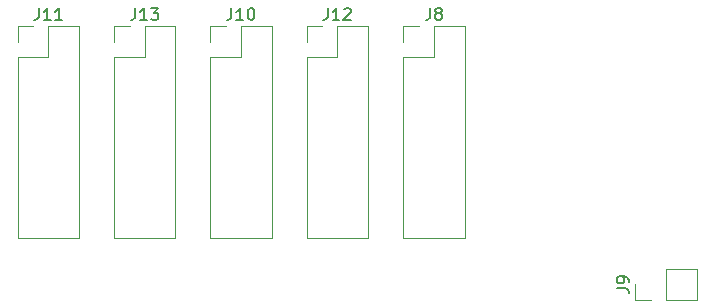
<source format=gto>
G04 #@! TF.GenerationSoftware,KiCad,Pcbnew,(6.0.0)*
G04 #@! TF.CreationDate,2022-01-24T22:50:09+01:00*
G04 #@! TF.ProjectId,PUTM_EV_Front_Box_2022,5055544d-5f45-4565-9f46-726f6e745f42,rev?*
G04 #@! TF.SameCoordinates,Original*
G04 #@! TF.FileFunction,Legend,Top*
G04 #@! TF.FilePolarity,Positive*
%FSLAX46Y46*%
G04 Gerber Fmt 4.6, Leading zero omitted, Abs format (unit mm)*
G04 Created by KiCad (PCBNEW (6.0.0)) date 2022-01-24 22:50:09*
%MOMM*%
%LPD*%
G01*
G04 APERTURE LIST*
%ADD10C,0.150000*%
%ADD11C,0.120000*%
%ADD12R,1.700000X1.700000*%
%ADD13O,1.700000X1.700000*%
%ADD14C,3.400000*%
%ADD15C,2.500000*%
G04 APERTURE END LIST*
D10*
X85661666Y-142122380D02*
X85661666Y-142836666D01*
X85614047Y-142979523D01*
X85518809Y-143074761D01*
X85375952Y-143122380D01*
X85280714Y-143122380D01*
X86280714Y-142550952D02*
X86185476Y-142503333D01*
X86137857Y-142455714D01*
X86090238Y-142360476D01*
X86090238Y-142312857D01*
X86137857Y-142217619D01*
X86185476Y-142170000D01*
X86280714Y-142122380D01*
X86471190Y-142122380D01*
X86566428Y-142170000D01*
X86614047Y-142217619D01*
X86661666Y-142312857D01*
X86661666Y-142360476D01*
X86614047Y-142455714D01*
X86566428Y-142503333D01*
X86471190Y-142550952D01*
X86280714Y-142550952D01*
X86185476Y-142598571D01*
X86137857Y-142646190D01*
X86090238Y-142741428D01*
X86090238Y-142931904D01*
X86137857Y-143027142D01*
X86185476Y-143074761D01*
X86280714Y-143122380D01*
X86471190Y-143122380D01*
X86566428Y-143074761D01*
X86614047Y-143027142D01*
X86661666Y-142931904D01*
X86661666Y-142741428D01*
X86614047Y-142646190D01*
X86566428Y-142598571D01*
X86471190Y-142550952D01*
X101472380Y-165833333D02*
X102186666Y-165833333D01*
X102329523Y-165880952D01*
X102424761Y-165976190D01*
X102472380Y-166119047D01*
X102472380Y-166214285D01*
X102472380Y-165309523D02*
X102472380Y-165119047D01*
X102424761Y-165023809D01*
X102377142Y-164976190D01*
X102234285Y-164880952D01*
X102043809Y-164833333D01*
X101662857Y-164833333D01*
X101567619Y-164880952D01*
X101520000Y-164928571D01*
X101472380Y-165023809D01*
X101472380Y-165214285D01*
X101520000Y-165309523D01*
X101567619Y-165357142D01*
X101662857Y-165404761D01*
X101900952Y-165404761D01*
X101996190Y-165357142D01*
X102043809Y-165309523D01*
X102091428Y-165214285D01*
X102091428Y-165023809D01*
X102043809Y-164928571D01*
X101996190Y-164880952D01*
X101900952Y-164833333D01*
X68835476Y-142122380D02*
X68835476Y-142836666D01*
X68787857Y-142979523D01*
X68692619Y-143074761D01*
X68549761Y-143122380D01*
X68454523Y-143122380D01*
X69835476Y-143122380D02*
X69264047Y-143122380D01*
X69549761Y-143122380D02*
X69549761Y-142122380D01*
X69454523Y-142265238D01*
X69359285Y-142360476D01*
X69264047Y-142408095D01*
X70454523Y-142122380D02*
X70549761Y-142122380D01*
X70645000Y-142170000D01*
X70692619Y-142217619D01*
X70740238Y-142312857D01*
X70787857Y-142503333D01*
X70787857Y-142741428D01*
X70740238Y-142931904D01*
X70692619Y-143027142D01*
X70645000Y-143074761D01*
X70549761Y-143122380D01*
X70454523Y-143122380D01*
X70359285Y-143074761D01*
X70311666Y-143027142D01*
X70264047Y-142931904D01*
X70216428Y-142741428D01*
X70216428Y-142503333D01*
X70264047Y-142312857D01*
X70311666Y-142217619D01*
X70359285Y-142170000D01*
X70454523Y-142122380D01*
X52535476Y-142122380D02*
X52535476Y-142836666D01*
X52487857Y-142979523D01*
X52392619Y-143074761D01*
X52249761Y-143122380D01*
X52154523Y-143122380D01*
X53535476Y-143122380D02*
X52964047Y-143122380D01*
X53249761Y-143122380D02*
X53249761Y-142122380D01*
X53154523Y-142265238D01*
X53059285Y-142360476D01*
X52964047Y-142408095D01*
X54487857Y-143122380D02*
X53916428Y-143122380D01*
X54202142Y-143122380D02*
X54202142Y-142122380D01*
X54106904Y-142265238D01*
X54011666Y-142360476D01*
X53916428Y-142408095D01*
X76985476Y-142122380D02*
X76985476Y-142836666D01*
X76937857Y-142979523D01*
X76842619Y-143074761D01*
X76699761Y-143122380D01*
X76604523Y-143122380D01*
X77985476Y-143122380D02*
X77414047Y-143122380D01*
X77699761Y-143122380D02*
X77699761Y-142122380D01*
X77604523Y-142265238D01*
X77509285Y-142360476D01*
X77414047Y-142408095D01*
X78366428Y-142217619D02*
X78414047Y-142170000D01*
X78509285Y-142122380D01*
X78747380Y-142122380D01*
X78842619Y-142170000D01*
X78890238Y-142217619D01*
X78937857Y-142312857D01*
X78937857Y-142408095D01*
X78890238Y-142550952D01*
X78318809Y-143122380D01*
X78937857Y-143122380D01*
X60685476Y-142122380D02*
X60685476Y-142836666D01*
X60637857Y-142979523D01*
X60542619Y-143074761D01*
X60399761Y-143122380D01*
X60304523Y-143122380D01*
X61685476Y-143122380D02*
X61114047Y-143122380D01*
X61399761Y-143122380D02*
X61399761Y-142122380D01*
X61304523Y-142265238D01*
X61209285Y-142360476D01*
X61114047Y-142408095D01*
X62018809Y-142122380D02*
X62637857Y-142122380D01*
X62304523Y-142503333D01*
X62447380Y-142503333D01*
X62542619Y-142550952D01*
X62590238Y-142598571D01*
X62637857Y-142693809D01*
X62637857Y-142931904D01*
X62590238Y-143027142D01*
X62542619Y-143074761D01*
X62447380Y-143122380D01*
X62161666Y-143122380D01*
X62066428Y-143074761D01*
X62018809Y-143027142D01*
D11*
X83395000Y-145000000D02*
X83395000Y-143670000D01*
X83395000Y-146270000D02*
X85995000Y-146270000D01*
X83395000Y-161570000D02*
X88595000Y-161570000D01*
X83395000Y-146270000D02*
X83395000Y-161570000D01*
X83395000Y-143670000D02*
X84725000Y-143670000D01*
X85995000Y-146270000D02*
X85995000Y-143670000D01*
X85995000Y-143670000D02*
X88595000Y-143670000D01*
X88595000Y-143670000D02*
X88595000Y-161570000D01*
X105620000Y-166830000D02*
X108220000Y-166830000D01*
X104350000Y-166830000D02*
X103020000Y-166830000D01*
X103020000Y-166830000D02*
X103020000Y-165500000D01*
X108220000Y-166830000D02*
X108220000Y-164170000D01*
X105620000Y-164170000D02*
X108220000Y-164170000D01*
X105620000Y-166830000D02*
X105620000Y-164170000D01*
X69645000Y-143670000D02*
X72245000Y-143670000D01*
X67045000Y-143670000D02*
X68375000Y-143670000D01*
X69645000Y-146270000D02*
X69645000Y-143670000D01*
X67045000Y-161570000D02*
X72245000Y-161570000D01*
X67045000Y-146270000D02*
X69645000Y-146270000D01*
X72245000Y-143670000D02*
X72245000Y-161570000D01*
X67045000Y-145000000D02*
X67045000Y-143670000D01*
X67045000Y-146270000D02*
X67045000Y-161570000D01*
X50745000Y-143670000D02*
X52075000Y-143670000D01*
X50745000Y-145000000D02*
X50745000Y-143670000D01*
X50745000Y-146270000D02*
X50745000Y-161570000D01*
X55945000Y-143670000D02*
X55945000Y-161570000D01*
X53345000Y-143670000D02*
X55945000Y-143670000D01*
X53345000Y-146270000D02*
X53345000Y-143670000D01*
X50745000Y-146270000D02*
X53345000Y-146270000D01*
X50745000Y-161570000D02*
X55945000Y-161570000D01*
X75195000Y-161570000D02*
X80395000Y-161570000D01*
X77795000Y-143670000D02*
X80395000Y-143670000D01*
X75195000Y-145000000D02*
X75195000Y-143670000D01*
X75195000Y-143670000D02*
X76525000Y-143670000D01*
X80395000Y-143670000D02*
X80395000Y-161570000D01*
X77795000Y-146270000D02*
X77795000Y-143670000D01*
X75195000Y-146270000D02*
X75195000Y-161570000D01*
X75195000Y-146270000D02*
X77795000Y-146270000D01*
X58895000Y-146270000D02*
X58895000Y-161570000D01*
X61495000Y-143670000D02*
X64095000Y-143670000D01*
X58895000Y-146270000D02*
X61495000Y-146270000D01*
X58895000Y-161570000D02*
X64095000Y-161570000D01*
X61495000Y-146270000D02*
X61495000Y-143670000D01*
X64095000Y-143670000D02*
X64095000Y-161570000D01*
X58895000Y-145000000D02*
X58895000Y-143670000D01*
X58895000Y-143670000D02*
X60225000Y-143670000D01*
%LPC*%
D12*
X84725000Y-145000000D03*
D13*
X87265000Y-145000000D03*
X84725000Y-147540000D03*
X87265000Y-147540000D03*
X84725000Y-150080000D03*
X87265000Y-150080000D03*
X84725000Y-152620000D03*
X87265000Y-152620000D03*
X84725000Y-155160000D03*
X87265000Y-155160000D03*
X84725000Y-157700000D03*
X87265000Y-157700000D03*
X84725000Y-160240000D03*
X87265000Y-160240000D03*
D12*
X104350000Y-165500000D03*
D13*
X106890000Y-165500000D03*
D12*
X68375000Y-145000000D03*
D13*
X70915000Y-145000000D03*
X68375000Y-147540000D03*
X70915000Y-147540000D03*
X68375000Y-150080000D03*
X70915000Y-150080000D03*
X68375000Y-152620000D03*
X70915000Y-152620000D03*
X68375000Y-155160000D03*
X70915000Y-155160000D03*
X68375000Y-157700000D03*
X70915000Y-157700000D03*
X68375000Y-160240000D03*
X70915000Y-160240000D03*
D12*
X52075000Y-145000000D03*
D13*
X54615000Y-145000000D03*
X52075000Y-147540000D03*
X54615000Y-147540000D03*
X52075000Y-150080000D03*
X54615000Y-150080000D03*
X52075000Y-152620000D03*
X54615000Y-152620000D03*
X52075000Y-155160000D03*
X54615000Y-155160000D03*
X52075000Y-157700000D03*
X54615000Y-157700000D03*
X52075000Y-160240000D03*
X54615000Y-160240000D03*
D12*
X76525000Y-145000000D03*
D13*
X79065000Y-145000000D03*
X76525000Y-147540000D03*
X79065000Y-147540000D03*
X76525000Y-150080000D03*
X79065000Y-150080000D03*
X76525000Y-152620000D03*
X79065000Y-152620000D03*
X76525000Y-155160000D03*
X79065000Y-155160000D03*
X76525000Y-157700000D03*
X79065000Y-157700000D03*
X76525000Y-160240000D03*
X79065000Y-160240000D03*
D12*
X60225000Y-145000000D03*
D13*
X62765000Y-145000000D03*
X60225000Y-147540000D03*
X62765000Y-147540000D03*
X60225000Y-150080000D03*
X62765000Y-150080000D03*
X60225000Y-152620000D03*
X62765000Y-152620000D03*
X60225000Y-155160000D03*
X62765000Y-155160000D03*
X60225000Y-157700000D03*
X62765000Y-157700000D03*
X60225000Y-160240000D03*
X62765000Y-160240000D03*
D14*
X100600000Y-145050000D03*
X100600000Y-159550000D03*
D15*
X106600000Y-145050000D03*
X106600000Y-159550000D03*
M02*

</source>
